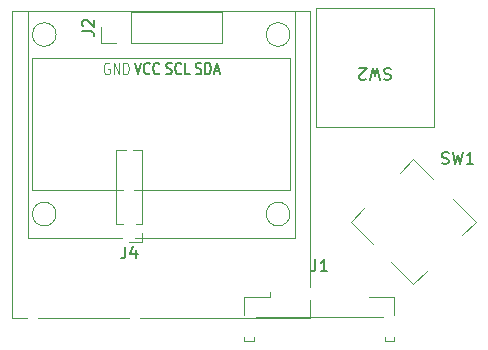
<source format=gbr>
%TF.GenerationSoftware,KiCad,Pcbnew,7.0.5*%
%TF.CreationDate,2023-07-02T21:33:01+09:00*%
%TF.ProjectId,robotrace_v2_Extended_UI,726f626f-7472-4616-9365-5f76325f4578,rev?*%
%TF.SameCoordinates,Original*%
%TF.FileFunction,Legend,Top*%
%TF.FilePolarity,Positive*%
%FSLAX46Y46*%
G04 Gerber Fmt 4.6, Leading zero omitted, Abs format (unit mm)*
G04 Created by KiCad (PCBNEW 7.0.5) date 2023-07-02 21:33:01*
%MOMM*%
%LPD*%
G01*
G04 APERTURE LIST*
G04 Aperture macros list*
%AMRoundRect*
0 Rectangle with rounded corners*
0 $1 Rounding radius*
0 $2 $3 $4 $5 $6 $7 $8 $9 X,Y pos of 4 corners*
0 Add a 4 corners polygon primitive as box body*
4,1,4,$2,$3,$4,$5,$6,$7,$8,$9,$2,$3,0*
0 Add four circle primitives for the rounded corners*
1,1,$1+$1,$2,$3*
1,1,$1+$1,$4,$5*
1,1,$1+$1,$6,$7*
1,1,$1+$1,$8,$9*
0 Add four rect primitives between the rounded corners*
20,1,$1+$1,$2,$3,$4,$5,0*
20,1,$1+$1,$4,$5,$6,$7,0*
20,1,$1+$1,$6,$7,$8,$9,0*
20,1,$1+$1,$8,$9,$2,$3,0*%
G04 Aperture macros list end*
%ADD10C,0.150000*%
%ADD11C,0.125000*%
%ADD12C,0.120000*%
%ADD13O,1.700000X1.700000*%
%ADD14R,1.700000X1.700000*%
%ADD15R,0.300000X1.000000*%
%ADD16R,2.000000X1.300000*%
%ADD17O,1.000000X2.100000*%
%ADD18O,1.000000X1.600000*%
%ADD19C,0.650000*%
%ADD20O,1.000000X1.000000*%
%ADD21R,1.000000X1.000000*%
%ADD22RoundRect,0.250000X-0.477297X0.123744X0.123744X-0.477297X0.477297X-0.123744X-0.123744X0.477297X0*%
%ADD23RoundRect,0.450000X-0.707107X0.070711X0.070711X-0.707107X0.707107X-0.070711X-0.070711X0.707107X0*%
%ADD24C,1.524000*%
G04 APERTURE END LIST*
D10*
%TO.C,J2*%
X137624819Y-93333333D02*
X138339104Y-93333333D01*
X138339104Y-93333333D02*
X138481961Y-93380952D01*
X138481961Y-93380952D02*
X138577200Y-93476190D01*
X138577200Y-93476190D02*
X138624819Y-93619047D01*
X138624819Y-93619047D02*
X138624819Y-93714285D01*
X137720057Y-92904761D02*
X137672438Y-92857142D01*
X137672438Y-92857142D02*
X137624819Y-92761904D01*
X137624819Y-92761904D02*
X137624819Y-92523809D01*
X137624819Y-92523809D02*
X137672438Y-92428571D01*
X137672438Y-92428571D02*
X137720057Y-92380952D01*
X137720057Y-92380952D02*
X137815295Y-92333333D01*
X137815295Y-92333333D02*
X137910533Y-92333333D01*
X137910533Y-92333333D02*
X138053390Y-92380952D01*
X138053390Y-92380952D02*
X138624819Y-92952380D01*
X138624819Y-92952380D02*
X138624819Y-92333333D01*
X147251064Y-96922200D02*
X147365350Y-96969819D01*
X147365350Y-96969819D02*
X147555826Y-96969819D01*
X147555826Y-96969819D02*
X147632017Y-96922200D01*
X147632017Y-96922200D02*
X147670112Y-96874580D01*
X147670112Y-96874580D02*
X147708207Y-96779342D01*
X147708207Y-96779342D02*
X147708207Y-96684104D01*
X147708207Y-96684104D02*
X147670112Y-96588866D01*
X147670112Y-96588866D02*
X147632017Y-96541247D01*
X147632017Y-96541247D02*
X147555826Y-96493628D01*
X147555826Y-96493628D02*
X147403445Y-96446009D01*
X147403445Y-96446009D02*
X147327255Y-96398390D01*
X147327255Y-96398390D02*
X147289160Y-96350771D01*
X147289160Y-96350771D02*
X147251064Y-96255533D01*
X147251064Y-96255533D02*
X147251064Y-96160295D01*
X147251064Y-96160295D02*
X147289160Y-96065057D01*
X147289160Y-96065057D02*
X147327255Y-96017438D01*
X147327255Y-96017438D02*
X147403445Y-95969819D01*
X147403445Y-95969819D02*
X147593922Y-95969819D01*
X147593922Y-95969819D02*
X147708207Y-96017438D01*
X148051065Y-96969819D02*
X148051065Y-95969819D01*
X148051065Y-95969819D02*
X148241541Y-95969819D01*
X148241541Y-95969819D02*
X148355827Y-96017438D01*
X148355827Y-96017438D02*
X148432017Y-96112676D01*
X148432017Y-96112676D02*
X148470112Y-96207914D01*
X148470112Y-96207914D02*
X148508208Y-96398390D01*
X148508208Y-96398390D02*
X148508208Y-96541247D01*
X148508208Y-96541247D02*
X148470112Y-96731723D01*
X148470112Y-96731723D02*
X148432017Y-96826961D01*
X148432017Y-96826961D02*
X148355827Y-96922200D01*
X148355827Y-96922200D02*
X148241541Y-96969819D01*
X148241541Y-96969819D02*
X148051065Y-96969819D01*
X148812969Y-96684104D02*
X149193922Y-96684104D01*
X148736779Y-96969819D02*
X149003446Y-95969819D01*
X149003446Y-95969819D02*
X149270112Y-96969819D01*
X142074874Y-95969819D02*
X142341541Y-96969819D01*
X142341541Y-96969819D02*
X142608207Y-95969819D01*
X143332017Y-96874580D02*
X143293921Y-96922200D01*
X143293921Y-96922200D02*
X143179636Y-96969819D01*
X143179636Y-96969819D02*
X143103445Y-96969819D01*
X143103445Y-96969819D02*
X142989159Y-96922200D01*
X142989159Y-96922200D02*
X142912969Y-96826961D01*
X142912969Y-96826961D02*
X142874874Y-96731723D01*
X142874874Y-96731723D02*
X142836778Y-96541247D01*
X142836778Y-96541247D02*
X142836778Y-96398390D01*
X142836778Y-96398390D02*
X142874874Y-96207914D01*
X142874874Y-96207914D02*
X142912969Y-96112676D01*
X142912969Y-96112676D02*
X142989159Y-96017438D01*
X142989159Y-96017438D02*
X143103445Y-95969819D01*
X143103445Y-95969819D02*
X143179636Y-95969819D01*
X143179636Y-95969819D02*
X143293921Y-96017438D01*
X143293921Y-96017438D02*
X143332017Y-96065057D01*
X144132017Y-96874580D02*
X144093921Y-96922200D01*
X144093921Y-96922200D02*
X143979636Y-96969819D01*
X143979636Y-96969819D02*
X143903445Y-96969819D01*
X143903445Y-96969819D02*
X143789159Y-96922200D01*
X143789159Y-96922200D02*
X143712969Y-96826961D01*
X143712969Y-96826961D02*
X143674874Y-96731723D01*
X143674874Y-96731723D02*
X143636778Y-96541247D01*
X143636778Y-96541247D02*
X143636778Y-96398390D01*
X143636778Y-96398390D02*
X143674874Y-96207914D01*
X143674874Y-96207914D02*
X143712969Y-96112676D01*
X143712969Y-96112676D02*
X143789159Y-96017438D01*
X143789159Y-96017438D02*
X143903445Y-95969819D01*
X143903445Y-95969819D02*
X143979636Y-95969819D01*
X143979636Y-95969819D02*
X144093921Y-96017438D01*
X144093921Y-96017438D02*
X144132017Y-96065057D01*
X144751064Y-96922200D02*
X144865350Y-96969819D01*
X144865350Y-96969819D02*
X145055826Y-96969819D01*
X145055826Y-96969819D02*
X145132017Y-96922200D01*
X145132017Y-96922200D02*
X145170112Y-96874580D01*
X145170112Y-96874580D02*
X145208207Y-96779342D01*
X145208207Y-96779342D02*
X145208207Y-96684104D01*
X145208207Y-96684104D02*
X145170112Y-96588866D01*
X145170112Y-96588866D02*
X145132017Y-96541247D01*
X145132017Y-96541247D02*
X145055826Y-96493628D01*
X145055826Y-96493628D02*
X144903445Y-96446009D01*
X144903445Y-96446009D02*
X144827255Y-96398390D01*
X144827255Y-96398390D02*
X144789160Y-96350771D01*
X144789160Y-96350771D02*
X144751064Y-96255533D01*
X144751064Y-96255533D02*
X144751064Y-96160295D01*
X144751064Y-96160295D02*
X144789160Y-96065057D01*
X144789160Y-96065057D02*
X144827255Y-96017438D01*
X144827255Y-96017438D02*
X144903445Y-95969819D01*
X144903445Y-95969819D02*
X145093922Y-95969819D01*
X145093922Y-95969819D02*
X145208207Y-96017438D01*
X146008208Y-96874580D02*
X145970112Y-96922200D01*
X145970112Y-96922200D02*
X145855827Y-96969819D01*
X145855827Y-96969819D02*
X145779636Y-96969819D01*
X145779636Y-96969819D02*
X145665350Y-96922200D01*
X145665350Y-96922200D02*
X145589160Y-96826961D01*
X145589160Y-96826961D02*
X145551065Y-96731723D01*
X145551065Y-96731723D02*
X145512969Y-96541247D01*
X145512969Y-96541247D02*
X145512969Y-96398390D01*
X145512969Y-96398390D02*
X145551065Y-96207914D01*
X145551065Y-96207914D02*
X145589160Y-96112676D01*
X145589160Y-96112676D02*
X145665350Y-96017438D01*
X145665350Y-96017438D02*
X145779636Y-95969819D01*
X145779636Y-95969819D02*
X145855827Y-95969819D01*
X145855827Y-95969819D02*
X145970112Y-96017438D01*
X145970112Y-96017438D02*
X146008208Y-96065057D01*
X146732017Y-96969819D02*
X146351065Y-96969819D01*
X146351065Y-96969819D02*
X146351065Y-95969819D01*
D11*
X139891759Y-96018738D02*
X139815569Y-95971119D01*
X139815569Y-95971119D02*
X139701283Y-95971119D01*
X139701283Y-95971119D02*
X139586997Y-96018738D01*
X139586997Y-96018738D02*
X139510807Y-96113976D01*
X139510807Y-96113976D02*
X139472712Y-96209214D01*
X139472712Y-96209214D02*
X139434616Y-96399690D01*
X139434616Y-96399690D02*
X139434616Y-96542547D01*
X139434616Y-96542547D02*
X139472712Y-96733023D01*
X139472712Y-96733023D02*
X139510807Y-96828261D01*
X139510807Y-96828261D02*
X139586997Y-96923500D01*
X139586997Y-96923500D02*
X139701283Y-96971119D01*
X139701283Y-96971119D02*
X139777474Y-96971119D01*
X139777474Y-96971119D02*
X139891759Y-96923500D01*
X139891759Y-96923500D02*
X139929855Y-96875880D01*
X139929855Y-96875880D02*
X139929855Y-96542547D01*
X139929855Y-96542547D02*
X139777474Y-96542547D01*
X140272712Y-96971119D02*
X140272712Y-95971119D01*
X140272712Y-95971119D02*
X140729855Y-96971119D01*
X140729855Y-96971119D02*
X140729855Y-95971119D01*
X141110807Y-96971119D02*
X141110807Y-95971119D01*
X141110807Y-95971119D02*
X141301283Y-95971119D01*
X141301283Y-95971119D02*
X141415569Y-96018738D01*
X141415569Y-96018738D02*
X141491759Y-96113976D01*
X141491759Y-96113976D02*
X141529854Y-96209214D01*
X141529854Y-96209214D02*
X141567950Y-96399690D01*
X141567950Y-96399690D02*
X141567950Y-96542547D01*
X141567950Y-96542547D02*
X141529854Y-96733023D01*
X141529854Y-96733023D02*
X141491759Y-96828261D01*
X141491759Y-96828261D02*
X141415569Y-96923500D01*
X141415569Y-96923500D02*
X141301283Y-96971119D01*
X141301283Y-96971119D02*
X141110807Y-96971119D01*
D10*
%TO.C,J1*%
X157366666Y-112647319D02*
X157366666Y-113361604D01*
X157366666Y-113361604D02*
X157319047Y-113504461D01*
X157319047Y-113504461D02*
X157223809Y-113599700D01*
X157223809Y-113599700D02*
X157080952Y-113647319D01*
X157080952Y-113647319D02*
X156985714Y-113647319D01*
X158366666Y-113647319D02*
X157795238Y-113647319D01*
X158080952Y-113647319D02*
X158080952Y-112647319D01*
X158080952Y-112647319D02*
X157985714Y-112790176D01*
X157985714Y-112790176D02*
X157890476Y-112885414D01*
X157890476Y-112885414D02*
X157795238Y-112933033D01*
%TO.C,J4*%
X141266666Y-111549819D02*
X141266666Y-112264104D01*
X141266666Y-112264104D02*
X141219047Y-112406961D01*
X141219047Y-112406961D02*
X141123809Y-112502200D01*
X141123809Y-112502200D02*
X140980952Y-112549819D01*
X140980952Y-112549819D02*
X140885714Y-112549819D01*
X142171428Y-111883152D02*
X142171428Y-112549819D01*
X141933333Y-111502200D02*
X141695238Y-112216485D01*
X141695238Y-112216485D02*
X142314285Y-112216485D01*
%TO.C,SW1*%
X168066667Y-104507200D02*
X168209524Y-104554819D01*
X168209524Y-104554819D02*
X168447619Y-104554819D01*
X168447619Y-104554819D02*
X168542857Y-104507200D01*
X168542857Y-104507200D02*
X168590476Y-104459580D01*
X168590476Y-104459580D02*
X168638095Y-104364342D01*
X168638095Y-104364342D02*
X168638095Y-104269104D01*
X168638095Y-104269104D02*
X168590476Y-104173866D01*
X168590476Y-104173866D02*
X168542857Y-104126247D01*
X168542857Y-104126247D02*
X168447619Y-104078628D01*
X168447619Y-104078628D02*
X168257143Y-104031009D01*
X168257143Y-104031009D02*
X168161905Y-103983390D01*
X168161905Y-103983390D02*
X168114286Y-103935771D01*
X168114286Y-103935771D02*
X168066667Y-103840533D01*
X168066667Y-103840533D02*
X168066667Y-103745295D01*
X168066667Y-103745295D02*
X168114286Y-103650057D01*
X168114286Y-103650057D02*
X168161905Y-103602438D01*
X168161905Y-103602438D02*
X168257143Y-103554819D01*
X168257143Y-103554819D02*
X168495238Y-103554819D01*
X168495238Y-103554819D02*
X168638095Y-103602438D01*
X168971429Y-103554819D02*
X169209524Y-104554819D01*
X169209524Y-104554819D02*
X169400000Y-103840533D01*
X169400000Y-103840533D02*
X169590476Y-104554819D01*
X169590476Y-104554819D02*
X169828572Y-103554819D01*
X170733333Y-104554819D02*
X170161905Y-104554819D01*
X170447619Y-104554819D02*
X170447619Y-103554819D01*
X170447619Y-103554819D02*
X170352381Y-103697676D01*
X170352381Y-103697676D02*
X170257143Y-103792914D01*
X170257143Y-103792914D02*
X170161905Y-103840533D01*
%TO.C,SW2*%
X163733332Y-96485300D02*
X163590475Y-96437680D01*
X163590475Y-96437680D02*
X163352380Y-96437680D01*
X163352380Y-96437680D02*
X163257142Y-96485300D01*
X163257142Y-96485300D02*
X163209523Y-96532919D01*
X163209523Y-96532919D02*
X163161904Y-96628157D01*
X163161904Y-96628157D02*
X163161904Y-96723395D01*
X163161904Y-96723395D02*
X163209523Y-96818633D01*
X163209523Y-96818633D02*
X163257142Y-96866252D01*
X163257142Y-96866252D02*
X163352380Y-96913871D01*
X163352380Y-96913871D02*
X163542856Y-96961490D01*
X163542856Y-96961490D02*
X163638094Y-97009109D01*
X163638094Y-97009109D02*
X163685713Y-97056728D01*
X163685713Y-97056728D02*
X163733332Y-97151966D01*
X163733332Y-97151966D02*
X163733332Y-97247204D01*
X163733332Y-97247204D02*
X163685713Y-97342442D01*
X163685713Y-97342442D02*
X163638094Y-97390061D01*
X163638094Y-97390061D02*
X163542856Y-97437680D01*
X163542856Y-97437680D02*
X163304761Y-97437680D01*
X163304761Y-97437680D02*
X163161904Y-97390061D01*
X162828570Y-97437680D02*
X162590475Y-96437680D01*
X162590475Y-96437680D02*
X162399999Y-97151966D01*
X162399999Y-97151966D02*
X162209523Y-96437680D01*
X162209523Y-96437680D02*
X161971428Y-97437680D01*
X161638094Y-97342442D02*
X161590475Y-97390061D01*
X161590475Y-97390061D02*
X161495237Y-97437680D01*
X161495237Y-97437680D02*
X161257142Y-97437680D01*
X161257142Y-97437680D02*
X161161904Y-97390061D01*
X161161904Y-97390061D02*
X161114285Y-97342442D01*
X161114285Y-97342442D02*
X161066666Y-97247204D01*
X161066666Y-97247204D02*
X161066666Y-97151966D01*
X161066666Y-97151966D02*
X161114285Y-97009109D01*
X161114285Y-97009109D02*
X161685713Y-96437680D01*
X161685713Y-96437680D02*
X161066666Y-96437680D01*
D12*
%TO.C,J2*%
X131700000Y-91600000D02*
X156900000Y-91600000D01*
X156900000Y-91600000D02*
X156900000Y-117600000D01*
X156900000Y-117600000D02*
X131700000Y-117600000D01*
X131700000Y-117600000D02*
X131700000Y-91600000D01*
X155200000Y-93600000D02*
G75*
G03*
X155200000Y-93600000I-1000000J0D01*
G01*
X141770000Y-91670000D02*
X149450000Y-91670000D01*
X149450000Y-94330000D02*
X149450000Y-91670000D01*
X141770000Y-94330000D02*
X141770000Y-91670000D01*
X141770000Y-94330000D02*
X149450000Y-94330000D01*
X140500000Y-94330000D02*
X139170000Y-94330000D01*
X139170000Y-94330000D02*
X139170000Y-93000000D01*
X155200000Y-106800000D02*
X133400000Y-106800000D01*
X133400000Y-106800000D02*
X133400000Y-95600000D01*
X133400000Y-95600000D02*
X155200000Y-95600000D01*
X155200000Y-95600000D02*
X155200000Y-106800000D01*
X135400000Y-93600000D02*
G75*
G03*
X135400000Y-93600000I-1000000J0D01*
G01*
X133000000Y-91600000D02*
X155600000Y-91600000D01*
X155600000Y-91600000D02*
X155600000Y-110800000D01*
X155600000Y-110800000D02*
X133000000Y-110800000D01*
X133000000Y-110800000D02*
X133000000Y-91600000D01*
X135400000Y-108800000D02*
G75*
G03*
X135400000Y-108800000I-1000000J0D01*
G01*
X155200000Y-108800000D02*
G75*
G03*
X155200000Y-108800000I-1000000J0D01*
G01*
%TO.C,J1*%
X151350000Y-115792500D02*
X151350000Y-117342500D01*
X151350000Y-119542500D02*
X151350000Y-119242500D01*
X151350000Y-119542500D02*
X152150000Y-119542500D01*
X152150000Y-119542500D02*
X152150000Y-119242500D01*
X152300000Y-117542500D02*
X163100000Y-117542500D01*
X153540000Y-115792500D02*
X151350000Y-115792500D01*
X153540000Y-115792500D02*
X153540000Y-115392500D01*
X161860000Y-115792500D02*
X164050000Y-115792500D01*
X163250000Y-119542500D02*
X163250000Y-119242500D01*
X164050000Y-115792500D02*
X164050000Y-117342500D01*
X164050000Y-119542500D02*
X163250000Y-119542500D01*
X164050000Y-119542500D02*
X164050000Y-119242500D01*
%TO.C,J4*%
X140490000Y-109640000D02*
X140490000Y-103355000D01*
X141036529Y-109640000D02*
X140490000Y-109640000D01*
X141292470Y-103355000D02*
X140490000Y-103355000D01*
X142710000Y-103355000D02*
X141907530Y-103355000D01*
X142710000Y-109640000D02*
X142163471Y-109640000D01*
X142710000Y-109640000D02*
X142710000Y-103355000D01*
X142710000Y-110400000D02*
X142710000Y-111160000D01*
X142710000Y-111160000D02*
X141600000Y-111160000D01*
%TO.C,SW1*%
X160354636Y-109458313D02*
X161500000Y-108300000D01*
X160354636Y-109458313D02*
X162200000Y-111300000D01*
X165657937Y-104155012D02*
X164500000Y-105300000D01*
X165657937Y-104155012D02*
X167300000Y-105800000D01*
X165657937Y-114761614D02*
X163800000Y-112900000D01*
X165657937Y-114761614D02*
X166800000Y-113600000D01*
X170961238Y-109458313D02*
X169000000Y-107500000D01*
X170961238Y-109458313D02*
X169800000Y-110600000D01*
%TO.C,SW2*%
X167400000Y-101392500D02*
X157400000Y-101392500D01*
X157400000Y-101392500D02*
X157400000Y-91392500D01*
X157400000Y-91392500D02*
X167400000Y-91392500D01*
X167400000Y-91392500D02*
X167400000Y-101392500D01*
%TD*%
%LPC*%
D13*
%TO.C,J2*%
X148120000Y-93000000D03*
X145580000Y-93000000D03*
X143040000Y-93000000D03*
D14*
X140500000Y-93000000D03*
%TD*%
D15*
%TO.C,J1*%
X153950000Y-115592500D03*
X154450000Y-115592500D03*
X154950000Y-115592500D03*
X155450000Y-115592500D03*
X155950000Y-115592500D03*
X156450000Y-115592500D03*
X156950000Y-115592500D03*
X157450000Y-115592500D03*
X157950000Y-115592500D03*
X158450000Y-115592500D03*
X158950000Y-115592500D03*
X159450000Y-115592500D03*
X159950000Y-115592500D03*
X160450000Y-115592500D03*
X160950000Y-115592500D03*
X161450000Y-115592500D03*
D16*
X151650000Y-118292500D03*
X163750000Y-118292500D03*
%TD*%
D17*
%TO.C,J3*%
X133480000Y-113995000D03*
D18*
X133480000Y-118175000D03*
D17*
X142120000Y-113995000D03*
D18*
X142120000Y-118175000D03*
D19*
X134910000Y-114495000D03*
X140690000Y-114495000D03*
%TD*%
D20*
%TO.C,J4*%
X141600000Y-104050000D03*
X141600000Y-105320000D03*
X141600000Y-106590000D03*
X141600000Y-107860000D03*
X141600000Y-109130000D03*
D21*
X141600000Y-110400000D03*
%TD*%
D22*
%TO.C,SW1*%
X164137658Y-105922779D03*
X163130030Y-106930406D03*
X162122403Y-107938033D03*
X169193471Y-110978592D03*
X168185844Y-111986220D03*
X167178217Y-112993847D03*
D23*
X168380298Y-106453109D03*
X162794155Y-112322095D03*
%TD*%
D24*
%TO.C,SW2*%
X166240000Y-100192500D03*
X163700000Y-100192500D03*
X161160000Y-100192500D03*
X158620000Y-100192500D03*
X163700000Y-92572500D03*
%TD*%
%LPD*%
M02*

</source>
